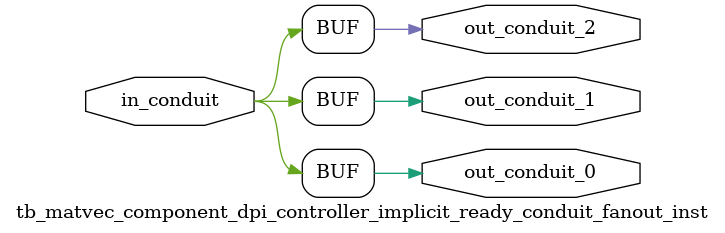
<source format=sv>


 


// --------------------------------------------------------------------------------
//| Avalon Conduit Fan-Out
// --------------------------------------------------------------------------------

// ------------------------------------------
// Generation parameters:
//   output_name:       tb_matvec_component_dpi_controller_implicit_ready_conduit_fanout_inst
//   numFanOut:         3
//   
// ------------------------------------------

module tb_matvec_component_dpi_controller_implicit_ready_conduit_fanout_inst (     

// Interface: out_conduit_0
 output                    out_conduit_0,
// Interface: out_conduit_1
 output                    out_conduit_1,
// Interface: out_conduit_2
 output                    out_conduit_2,

// Interface: in_conduit
 input                   in_conduit

);

   assign  out_conduit_0 = in_conduit;
   assign  out_conduit_1 = in_conduit;
   assign  out_conduit_2 = in_conduit;

endmodule //


</source>
